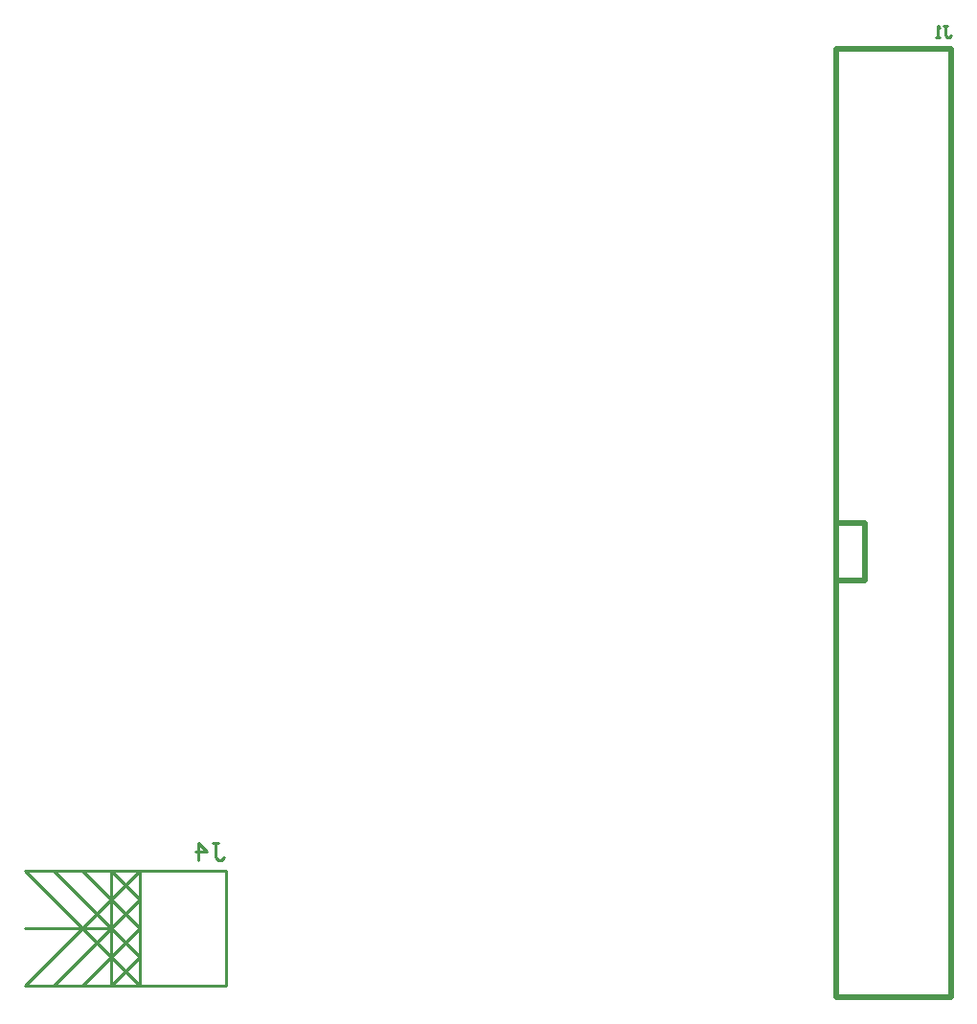
<source format=gbo>
G04 Layer_Color=32896*
%FSLAX25Y25*%
%MOIN*%
G70*
G01*
G75*
%ADD17C,0.02000*%
%ADD19C,0.01000*%
D17*
X319547Y152717D02*
X329547D01*
Y172716D01*
X319547D02*
X329547D01*
X359547Y327716D02*
Y337717D01*
X349547D02*
X359547D01*
X319547D02*
X349547D01*
X319547Y7717D02*
Y337717D01*
Y7717D02*
X359547D01*
Y327716D01*
D19*
X67047Y51717D02*
X77047Y41717D01*
X57047Y51717D02*
X77047Y31716D01*
X47047Y51717D02*
X77047Y21716D01*
X67047Y11716D02*
X77047Y21716D01*
X57047Y11716D02*
X77047Y31716D01*
X47047Y11716D02*
X77047Y41717D01*
X37047Y11716D02*
X77047Y51717D01*
X37047D02*
X77047Y11716D01*
X67047D02*
X107047D01*
Y51717D01*
X67047D02*
X107047D01*
X67047Y11716D02*
Y51717D01*
X77047Y11716D02*
Y51717D01*
X37047Y11716D02*
X67047D01*
X37047Y51717D02*
X67047D01*
X37047Y31716D02*
X67047D01*
X356881Y345715D02*
X358214D01*
X357548D01*
Y342383D01*
X358214Y341717D01*
X358881D01*
X359547Y342383D01*
X355549Y341717D02*
X354216D01*
X354882D01*
Y345715D01*
X355549Y345049D01*
X102549Y61215D02*
X104548D01*
X103548D01*
Y56216D01*
X104548Y55216D01*
X105548D01*
X106547Y56216D01*
X97550Y55216D02*
Y61215D01*
X100549Y58216D01*
X96551D01*
M02*

</source>
